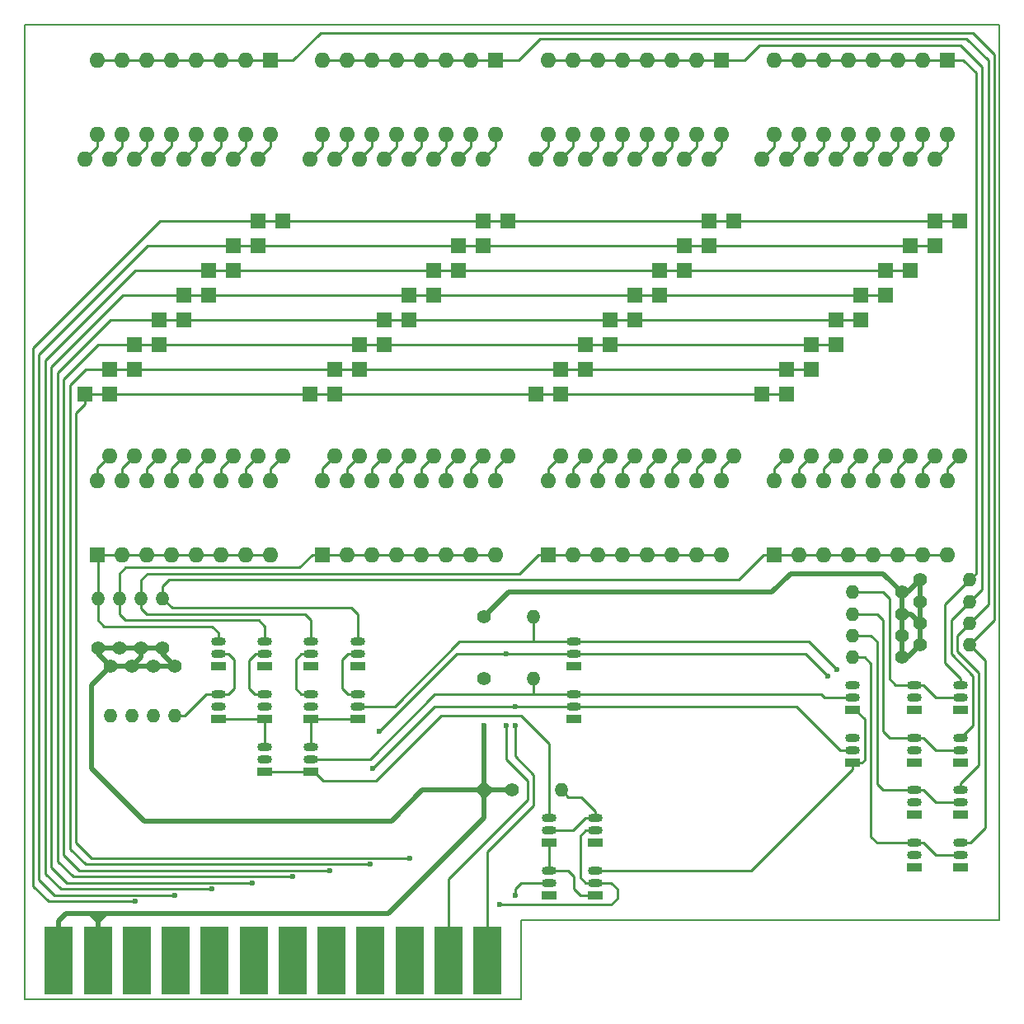
<source format=gbr>
G04 #@! TF.FileFunction,Copper,L1,Top,Signal*
%FSLAX46Y46*%
G04 Gerber Fmt 4.6, Leading zero omitted, Abs format (unit mm)*
G04 Created by KiCad (PCBNEW 4.0.7-e2-6376~61~ubuntu18.04.1) date Sun Jul 26 21:30:14 2020*
%MOMM*%
%LPD*%
G01*
G04 APERTURE LIST*
%ADD10C,0.150000*%
%ADD11R,1.600000X1.600000*%
%ADD12O,1.600000X1.600000*%
%ADD13R,3.000000X7.000000*%
%ADD14O,1.500000X0.900000*%
%ADD15R,1.500000X0.900000*%
%ADD16C,1.400000*%
%ADD17O,1.400000X1.400000*%
%ADD18C,0.600000*%
%ADD19C,0.250000*%
%ADD20C,0.500000*%
G04 APERTURE END LIST*
D10*
X92392500Y-107315000D02*
X141440000Y-107315000D01*
X92392500Y-115405000D02*
X92392500Y-107315000D01*
X41440000Y-15405000D02*
X141440000Y-15405000D01*
X141440000Y-15405000D02*
X141440000Y-107315000D01*
X41440000Y-115405000D02*
X92392500Y-115405000D01*
X41440000Y-15405000D02*
X41440000Y-115405000D01*
D11*
X48809258Y-69809666D03*
D12*
X66589258Y-62189666D03*
X51349258Y-69809666D03*
X64049258Y-62189666D03*
X53889258Y-69809666D03*
X61509258Y-62189666D03*
X56429258Y-69809666D03*
X58969258Y-62189666D03*
X58969258Y-69809666D03*
X56429258Y-62189666D03*
X61509258Y-69809666D03*
X53889258Y-62189666D03*
X64049258Y-69809666D03*
X51349258Y-62189666D03*
X66589258Y-69809666D03*
X48809258Y-62189666D03*
D11*
X66589258Y-19009666D03*
D12*
X48809258Y-26629666D03*
X64049258Y-19009666D03*
X51349258Y-26629666D03*
X61509258Y-19009666D03*
X53889258Y-26629666D03*
X58969258Y-19009666D03*
X56429258Y-26629666D03*
X56429258Y-19009666D03*
X58969258Y-26629666D03*
X53889258Y-19009666D03*
X61509258Y-26629666D03*
X51349258Y-19009666D03*
X64049258Y-26629666D03*
X48809258Y-19009666D03*
X66589258Y-26629666D03*
D11*
X134851758Y-35519666D03*
D12*
X134851758Y-29169666D03*
D11*
X132311758Y-38059666D03*
D12*
X132311758Y-29169666D03*
D11*
X129771758Y-40599666D03*
D12*
X129771758Y-29169666D03*
D11*
X127231758Y-43139666D03*
D12*
X127231758Y-29169666D03*
D11*
X124691758Y-45679666D03*
D12*
X124691758Y-29169666D03*
D11*
X122151758Y-48219666D03*
D12*
X122151758Y-29169666D03*
D11*
X119611758Y-50759666D03*
D12*
X119611758Y-29169666D03*
D11*
X117071758Y-53299666D03*
D12*
X117071758Y-29169666D03*
D11*
X111674258Y-35519666D03*
D12*
X111674258Y-29169666D03*
D11*
X109134258Y-38059666D03*
D12*
X109134258Y-29169666D03*
D11*
X106594258Y-40599666D03*
D12*
X106594258Y-29169666D03*
D11*
X104054258Y-43139666D03*
D12*
X104054258Y-29169666D03*
D11*
X101514258Y-45679666D03*
D12*
X101514258Y-29169666D03*
D11*
X98974258Y-48219666D03*
D12*
X98974258Y-29169666D03*
D11*
X96434258Y-50759666D03*
D12*
X96434258Y-29169666D03*
D11*
X93894258Y-53299666D03*
D12*
X93894258Y-29169666D03*
D11*
X88496758Y-35519666D03*
D12*
X88496758Y-29169666D03*
D11*
X85956758Y-38059666D03*
D12*
X85956758Y-29169666D03*
D11*
X83416758Y-40599666D03*
D12*
X83416758Y-29169666D03*
D11*
X80876758Y-43139666D03*
D12*
X80876758Y-29169666D03*
D11*
X78336758Y-45679666D03*
D12*
X78336758Y-29169666D03*
D11*
X75796758Y-48219666D03*
D12*
X75796758Y-29169666D03*
D11*
X73256758Y-50759666D03*
D12*
X73256758Y-29169666D03*
D11*
X70716758Y-53299666D03*
D12*
X70716758Y-29169666D03*
D11*
X65319258Y-35519666D03*
D12*
X65319258Y-29169666D03*
D11*
X62779258Y-38059666D03*
D12*
X62779258Y-29169666D03*
D11*
X60239258Y-40599666D03*
D12*
X60239258Y-29169666D03*
D11*
X57699258Y-43139666D03*
D12*
X57699258Y-29169666D03*
D11*
X55159258Y-45679666D03*
D12*
X55086757Y-29169666D03*
D11*
X52619258Y-48219666D03*
D12*
X52619258Y-29169666D03*
D11*
X50079258Y-50759666D03*
D12*
X50079258Y-29169666D03*
D11*
X47539258Y-53299666D03*
D12*
X47539258Y-29169666D03*
D11*
X119611758Y-53299666D03*
D12*
X119611758Y-59649666D03*
D11*
X122151758Y-50759666D03*
D12*
X122151758Y-59649666D03*
D11*
X124691758Y-48219666D03*
D12*
X124691758Y-59649666D03*
D11*
X127231758Y-45679666D03*
D12*
X127231758Y-59649666D03*
D11*
X129771758Y-43139666D03*
D12*
X129771758Y-59649666D03*
D11*
X132311758Y-40599666D03*
D12*
X132311758Y-59649666D03*
D11*
X134851758Y-38059666D03*
D12*
X134851758Y-59649666D03*
D11*
X137391758Y-35519666D03*
D12*
X137391758Y-59649666D03*
D11*
X96434258Y-53299666D03*
D12*
X96434258Y-59649666D03*
D11*
X98974258Y-50759666D03*
D12*
X98974258Y-59649666D03*
D11*
X101514258Y-48219666D03*
D12*
X101514258Y-59649666D03*
D11*
X104054258Y-45679666D03*
D12*
X104054258Y-59649666D03*
D11*
X106594258Y-43139666D03*
D12*
X106594258Y-59649666D03*
D11*
X109134258Y-40599666D03*
D12*
X109134258Y-59649666D03*
D11*
X111674258Y-38059666D03*
D12*
X111674258Y-59649666D03*
D11*
X114214258Y-35519666D03*
D12*
X114214258Y-59649666D03*
D11*
X73256758Y-53299666D03*
D12*
X73256758Y-59649666D03*
D11*
X75796758Y-50759666D03*
D12*
X75796758Y-59649666D03*
D11*
X78336758Y-48219666D03*
D12*
X78336758Y-59649666D03*
D11*
X80876758Y-45679666D03*
D12*
X80876758Y-59649666D03*
D11*
X83416758Y-43139666D03*
D12*
X83416758Y-59649666D03*
D11*
X85956758Y-40599666D03*
D12*
X85956758Y-59649666D03*
D11*
X88496758Y-38059666D03*
D12*
X88496758Y-59649666D03*
D11*
X91036758Y-35519666D03*
D12*
X91036758Y-59649666D03*
D11*
X50079258Y-53299666D03*
D12*
X50079258Y-59649666D03*
D11*
X52619258Y-50759666D03*
D12*
X52619258Y-59649666D03*
D11*
X55159258Y-48219666D03*
D12*
X55159258Y-59649666D03*
D11*
X57699258Y-45679666D03*
D12*
X57699258Y-59649666D03*
D11*
X60239258Y-43139666D03*
D12*
X60239258Y-59649666D03*
D11*
X62779258Y-40599666D03*
D12*
X62779258Y-59649666D03*
D11*
X65319258Y-38059666D03*
D12*
X65319258Y-59649666D03*
D11*
X67859258Y-35519666D03*
D12*
X67859258Y-59649666D03*
D13*
X44900000Y-111442500D03*
X48900000Y-111442500D03*
X52900000Y-111442500D03*
X56900000Y-111442500D03*
X60900000Y-111442500D03*
X64900000Y-111442500D03*
X68900000Y-111442500D03*
X72900000Y-111442500D03*
X76900000Y-111442500D03*
X80900000Y-111442500D03*
X84900000Y-111442500D03*
X88900000Y-111442500D03*
D14*
X132715000Y-84455000D03*
X132715000Y-83185000D03*
D15*
X132715000Y-85725000D03*
D14*
X75565000Y-85407500D03*
X75565000Y-84137500D03*
D15*
X75565000Y-86677500D03*
D14*
X132715000Y-89852500D03*
X132715000Y-88582500D03*
D15*
X132715000Y-91122500D03*
D14*
X70802500Y-85407500D03*
X70802500Y-84137500D03*
D15*
X70802500Y-86677500D03*
D14*
X126365000Y-84455000D03*
X126365000Y-83185000D03*
D15*
X126365000Y-85725000D03*
D14*
X70802500Y-90805000D03*
X70802500Y-89535000D03*
D15*
X70802500Y-92075000D03*
D14*
X132715000Y-95250000D03*
X132715000Y-93980000D03*
D15*
X132715000Y-96520000D03*
D14*
X66040000Y-85407500D03*
X66040000Y-84137500D03*
D15*
X66040000Y-86677500D03*
D14*
X97790000Y-80010000D03*
X97790000Y-78740000D03*
D15*
X97790000Y-81280000D03*
D14*
X132715000Y-100647500D03*
X132715000Y-99377500D03*
D15*
X132715000Y-101917500D03*
D14*
X61277500Y-85407500D03*
X61277500Y-84137500D03*
D15*
X61277500Y-86677500D03*
D14*
X126365000Y-89852500D03*
X126365000Y-88582500D03*
D15*
X126365000Y-91122500D03*
D14*
X66040000Y-90805000D03*
X66040000Y-89535000D03*
D15*
X66040000Y-92075000D03*
D14*
X100012500Y-103505000D03*
X100012500Y-102235000D03*
D15*
X100012500Y-104775000D03*
D14*
X95250000Y-98107500D03*
X95250000Y-96837500D03*
D15*
X95250000Y-99377500D03*
D14*
X97790000Y-85407500D03*
X97790000Y-84137500D03*
D15*
X97790000Y-86677500D03*
D14*
X95250000Y-103505000D03*
X95250000Y-102235000D03*
D15*
X95250000Y-104775000D03*
D14*
X100012500Y-98107500D03*
X100012500Y-96837500D03*
D15*
X100012500Y-99377500D03*
D14*
X137477500Y-84455000D03*
X137477500Y-83185000D03*
D15*
X137477500Y-85725000D03*
D14*
X137477500Y-89852500D03*
X137477500Y-88582500D03*
D15*
X137477500Y-91122500D03*
D14*
X137477500Y-95250000D03*
X137477500Y-93980000D03*
D15*
X137477500Y-96520000D03*
D14*
X137477500Y-100647500D03*
X137477500Y-99377500D03*
D15*
X137477500Y-101917500D03*
D14*
X75565000Y-80010000D03*
X75565000Y-78740000D03*
D15*
X75565000Y-81280000D03*
D14*
X70802500Y-80010000D03*
X70802500Y-78740000D03*
D15*
X70802500Y-81280000D03*
D14*
X66040000Y-80010000D03*
X66040000Y-78740000D03*
D15*
X66040000Y-81280000D03*
D14*
X61277500Y-80010000D03*
X61277500Y-78740000D03*
D15*
X61277500Y-81280000D03*
D16*
X131445000Y-73660000D03*
D17*
X126365000Y-73660000D03*
D16*
X50165000Y-81280000D03*
D17*
X50165000Y-86360000D03*
D16*
X131445000Y-75882500D03*
D17*
X126365000Y-75882500D03*
D16*
X52387500Y-81280000D03*
D17*
X52387500Y-86360000D03*
D16*
X131445000Y-78105000D03*
D17*
X126365000Y-78105000D03*
D16*
X54610000Y-81280000D03*
D17*
X54610000Y-86360000D03*
D16*
X88582500Y-76200000D03*
D17*
X93662500Y-76200000D03*
D16*
X131445000Y-80327500D03*
D17*
X126365000Y-80327500D03*
D16*
X56832500Y-81280000D03*
D17*
X56832500Y-86360000D03*
D16*
X88582500Y-82550000D03*
D17*
X93662500Y-82550000D03*
D16*
X91440000Y-93980000D03*
D17*
X96520000Y-93980000D03*
D16*
X133350000Y-72390000D03*
D17*
X138430000Y-72390000D03*
D16*
X133350000Y-74612500D03*
D17*
X138430000Y-74612500D03*
D16*
X133350000Y-76835000D03*
D17*
X138430000Y-76835000D03*
D16*
X133350000Y-79057500D03*
D17*
X138430000Y-79057500D03*
D16*
X55562500Y-79375000D03*
D17*
X55562500Y-74295000D03*
D16*
X53340000Y-79375000D03*
D17*
X53340000Y-74295000D03*
D16*
X51117500Y-79375000D03*
D17*
X51117500Y-74295000D03*
D16*
X48895000Y-79375000D03*
D17*
X48895000Y-74295000D03*
D11*
X136121758Y-19009666D03*
D12*
X118341758Y-26629666D03*
X133581758Y-19009666D03*
X120881758Y-26629666D03*
X131041758Y-19009666D03*
X123421758Y-26629666D03*
X128501758Y-19009666D03*
X125961758Y-26629666D03*
X125961758Y-19009666D03*
X128501758Y-26629666D03*
X123421758Y-19009666D03*
X131041758Y-26629666D03*
X120881758Y-19009666D03*
X133581758Y-26629666D03*
X118341758Y-19009666D03*
X136121758Y-26629666D03*
D11*
X112944258Y-19009666D03*
D12*
X95164258Y-26629666D03*
X110404258Y-19009666D03*
X97704258Y-26629666D03*
X107864258Y-19009666D03*
X100244258Y-26629666D03*
X105324258Y-19009666D03*
X102784258Y-26629666D03*
X102784258Y-19009666D03*
X105324258Y-26629666D03*
X100244258Y-19009666D03*
X107864258Y-26629666D03*
X97704258Y-19009666D03*
X110404258Y-26629666D03*
X95164258Y-19009666D03*
X112944258Y-26629666D03*
D11*
X89766758Y-19009666D03*
D12*
X71986758Y-26629666D03*
X87226758Y-19009666D03*
X74526758Y-26629666D03*
X84686758Y-19009666D03*
X77066758Y-26629666D03*
X82146758Y-19009666D03*
X79606758Y-26629666D03*
X79606758Y-19009666D03*
X82146758Y-26629666D03*
X77066758Y-19009666D03*
X84686758Y-26629666D03*
X74526758Y-19009666D03*
X87226758Y-26629666D03*
X71986758Y-19009666D03*
X89766758Y-26629666D03*
D11*
X118341758Y-69809666D03*
D12*
X136121758Y-62189666D03*
X120881758Y-69809666D03*
X133581758Y-62189666D03*
X123421758Y-69809666D03*
X131041758Y-62189666D03*
X125961758Y-69809666D03*
X128501758Y-62189666D03*
X128501758Y-69809666D03*
X125961758Y-62189666D03*
X131041758Y-69809666D03*
X123421758Y-62189666D03*
X133581758Y-69809666D03*
X120881758Y-62189666D03*
X136121758Y-69809666D03*
X118341758Y-62189666D03*
D11*
X95164258Y-69809666D03*
D12*
X112944258Y-62189666D03*
X97704258Y-69809666D03*
X110404258Y-62189666D03*
X100244258Y-69809666D03*
X107864258Y-62189666D03*
X102784258Y-69809666D03*
X105324258Y-62189666D03*
X105324258Y-69809666D03*
X102784258Y-62189666D03*
X107864258Y-69809666D03*
X100244258Y-62189666D03*
X110404258Y-69809666D03*
X97704258Y-62189666D03*
X112944258Y-69809666D03*
X95164258Y-62189666D03*
D11*
X71986758Y-69809666D03*
D12*
X89766758Y-62189666D03*
X74526758Y-69809666D03*
X87226758Y-62189666D03*
X77066758Y-69809666D03*
X84686758Y-62189666D03*
X79606758Y-69809666D03*
X82146758Y-62189666D03*
X82146758Y-69809666D03*
X79606758Y-62189666D03*
X84686758Y-69809666D03*
X77066758Y-62189666D03*
X87226758Y-69809666D03*
X74526758Y-62189666D03*
X89766758Y-69809666D03*
X71986758Y-62189666D03*
D18*
X52705000Y-105410000D03*
X56832500Y-104775000D03*
X60642500Y-104140000D03*
X64770000Y-103505000D03*
X88582500Y-89852500D03*
X88582500Y-88582500D03*
X88582500Y-87312500D03*
X90805000Y-87312500D03*
X90805000Y-80010000D03*
X123825000Y-82232500D03*
X77787500Y-87947500D03*
X91757500Y-87312500D03*
X91757500Y-85407500D03*
X77152500Y-91757500D03*
X90170000Y-105727500D03*
X91757500Y-104775000D03*
X124777500Y-81597500D03*
X68897500Y-102870000D03*
X72707500Y-102235000D03*
X76835000Y-101600000D03*
X80962500Y-100965000D03*
D19*
X42227500Y-103822500D02*
X43815000Y-105410000D01*
X43815000Y-105410000D02*
X52705000Y-105410000D01*
X42227500Y-55562500D02*
X42227500Y-103822500D01*
X42227500Y-48577500D02*
X42227500Y-55562500D01*
X55285334Y-35519666D02*
X42227500Y-48577500D01*
X65319258Y-35519666D02*
X55285334Y-35519666D01*
X134851758Y-35519666D02*
X135901758Y-35519666D01*
X135901758Y-35519666D02*
X137391758Y-35519666D01*
X114214258Y-35519666D02*
X134851758Y-35519666D01*
X111674258Y-35519666D02*
X91036758Y-35519666D01*
X114214258Y-35519666D02*
X111674258Y-35519666D01*
X67859258Y-35519666D02*
X66809258Y-35519666D01*
X66809258Y-35519666D02*
X65319258Y-35519666D01*
X88496758Y-35519666D02*
X67859258Y-35519666D01*
X91036758Y-35519666D02*
X88496758Y-35519666D01*
X136121758Y-26629666D02*
X136121758Y-27899666D01*
X136121758Y-27899666D02*
X134851758Y-29169666D01*
X44450000Y-104775000D02*
X56832500Y-104775000D01*
X42862500Y-103187500D02*
X44450000Y-104775000D01*
X42862500Y-101917500D02*
X42862500Y-103187500D01*
X42862500Y-55562500D02*
X42862500Y-101917500D01*
X42862500Y-49212500D02*
X42862500Y-55562500D01*
X54015334Y-38059666D02*
X42862500Y-49212500D01*
X62779258Y-38059666D02*
X54015334Y-38059666D01*
X132311758Y-38059666D02*
X131261758Y-38059666D01*
X131261758Y-38059666D02*
X111674258Y-38059666D01*
X134851758Y-38059666D02*
X133801758Y-38059666D01*
X133801758Y-38059666D02*
X132311758Y-38059666D01*
X109134258Y-38059666D02*
X88496758Y-38059666D01*
X111674258Y-38059666D02*
X109134258Y-38059666D01*
X85956758Y-38059666D02*
X87006758Y-38059666D01*
X87006758Y-38059666D02*
X88496758Y-38059666D01*
X65319258Y-38059666D02*
X85956758Y-38059666D01*
X62779258Y-38059666D02*
X63829258Y-38059666D01*
X63829258Y-38059666D02*
X65319258Y-38059666D01*
X133581758Y-26629666D02*
X133581758Y-27899666D01*
X133581758Y-27899666D02*
X132311758Y-29169666D01*
X43497500Y-102552500D02*
X45085000Y-104140000D01*
X45085000Y-104140000D02*
X60642500Y-104140000D01*
X43497500Y-101917500D02*
X43497500Y-102552500D01*
X43497500Y-55562500D02*
X43497500Y-101917500D01*
X43497500Y-49847500D02*
X43497500Y-55562500D01*
X52745334Y-40599666D02*
X43497500Y-49847500D01*
X60239258Y-40599666D02*
X52745334Y-40599666D01*
X129771758Y-40599666D02*
X130821758Y-40599666D01*
X130821758Y-40599666D02*
X132311758Y-40599666D01*
X109134258Y-40599666D02*
X129771758Y-40599666D01*
X106594258Y-40599666D02*
X85956758Y-40599666D01*
X109134258Y-40599666D02*
X106594258Y-40599666D01*
X62779258Y-40599666D02*
X61729258Y-40599666D01*
X61729258Y-40599666D02*
X60239258Y-40599666D01*
X83416758Y-40599666D02*
X62779258Y-40599666D01*
X85956758Y-40599666D02*
X83416758Y-40599666D01*
X131041758Y-26629666D02*
X131041758Y-27899666D01*
X131041758Y-27899666D02*
X129771758Y-29169666D01*
X44132500Y-101917500D02*
X45720000Y-103505000D01*
X45720000Y-103505000D02*
X64770000Y-103505000D01*
X44132500Y-55562500D02*
X44132500Y-101917500D01*
X44132500Y-50482500D02*
X44132500Y-55562500D01*
X51475334Y-43139666D02*
X44132500Y-50482500D01*
X57699258Y-43139666D02*
X51475334Y-43139666D01*
X127231758Y-43139666D02*
X106594258Y-43139666D01*
X129771758Y-43139666D02*
X128721758Y-43139666D01*
X128721758Y-43139666D02*
X127231758Y-43139666D01*
X104054258Y-43139666D02*
X103004258Y-43139666D01*
X103004258Y-43139666D02*
X83416758Y-43139666D01*
X106594258Y-43139666D02*
X105544258Y-43139666D01*
X105544258Y-43139666D02*
X104054258Y-43139666D01*
X60239258Y-43139666D02*
X57699258Y-43139666D01*
X80876758Y-43139666D02*
X60239258Y-43139666D01*
X83416758Y-43139666D02*
X80876758Y-43139666D01*
X128501758Y-26629666D02*
X128501758Y-27899666D01*
X128501758Y-27899666D02*
X127231758Y-29169666D01*
X125961758Y-26629666D02*
X125961758Y-27899666D01*
X125961758Y-27899666D02*
X124691758Y-29169666D01*
X123421758Y-26629666D02*
X123421758Y-27899666D01*
X123421758Y-27899666D02*
X122151758Y-29169666D01*
X120881758Y-26629666D02*
X120881758Y-27899666D01*
X120881758Y-27899666D02*
X119611758Y-29169666D01*
X118341758Y-26629666D02*
X118341758Y-27899666D01*
X118341758Y-27899666D02*
X117071758Y-29169666D01*
X112944258Y-26629666D02*
X112944258Y-27899666D01*
X112944258Y-27899666D02*
X111674258Y-29169666D01*
X110404258Y-26629666D02*
X110404258Y-27899666D01*
X110404258Y-27899666D02*
X109134258Y-29169666D01*
X107864258Y-26629666D02*
X107864258Y-27899666D01*
X107864258Y-27899666D02*
X106594258Y-29169666D01*
X105324258Y-26629666D02*
X105324258Y-27899666D01*
X105324258Y-27899666D02*
X104054258Y-29169666D01*
X102784258Y-26629666D02*
X102784258Y-27899666D01*
X102784258Y-27899666D02*
X101514258Y-29169666D01*
X100244258Y-26629666D02*
X100244258Y-27899666D01*
X100244258Y-27899666D02*
X98974258Y-29169666D01*
X97704258Y-26629666D02*
X97704258Y-27899666D01*
X97704258Y-27899666D02*
X96434258Y-29169666D01*
X95164258Y-26629666D02*
X95164258Y-27899666D01*
X95164258Y-27899666D02*
X93894258Y-29169666D01*
X89766758Y-26629666D02*
X89766758Y-27899666D01*
X89766758Y-27899666D02*
X88496758Y-29169666D01*
X87226758Y-26629666D02*
X87226758Y-27899666D01*
X87226758Y-27899666D02*
X85956758Y-29169666D01*
X84686758Y-26629666D02*
X84686758Y-27899666D01*
X84686758Y-27899666D02*
X83416758Y-29169666D01*
X82146758Y-26629666D02*
X82146758Y-27899666D01*
X82146758Y-27899666D02*
X80876758Y-29169666D01*
X79606758Y-26629666D02*
X79606758Y-27899666D01*
X79606758Y-27899666D02*
X78336758Y-29169666D01*
X77066758Y-26629666D02*
X77066758Y-27899666D01*
X77066758Y-27899666D02*
X75796758Y-29169666D01*
X74526758Y-26629666D02*
X74526758Y-27899666D01*
X74526758Y-27899666D02*
X73256758Y-29169666D01*
X71986758Y-26629666D02*
X71986758Y-27899666D01*
X71986758Y-27899666D02*
X70716758Y-29169666D01*
X66589258Y-26629666D02*
X66589258Y-27899666D01*
X66589258Y-27899666D02*
X65319258Y-29169666D01*
X64049258Y-26629666D02*
X64049258Y-27899666D01*
X64049258Y-27899666D02*
X62779258Y-29169666D01*
X61509258Y-26629666D02*
X61509258Y-27899666D01*
X61509258Y-27899666D02*
X60239258Y-29169666D01*
X58969258Y-26629666D02*
X58969258Y-27899666D01*
X58969258Y-27899666D02*
X57699258Y-29169666D01*
X56429258Y-26629666D02*
X56429258Y-27827165D01*
X56429258Y-27827165D02*
X55086757Y-29169666D01*
X53889258Y-26629666D02*
X53889258Y-27899666D01*
X53889258Y-27899666D02*
X52619258Y-29169666D01*
X51349258Y-26629666D02*
X51349258Y-27899666D01*
X51349258Y-27899666D02*
X50079258Y-29169666D01*
X48809258Y-26629666D02*
X48809258Y-27899666D01*
X48809258Y-27899666D02*
X47539258Y-29169666D01*
X118341758Y-62189666D02*
X118341758Y-60919666D01*
X118341758Y-60919666D02*
X119611758Y-59649666D01*
X120881758Y-62189666D02*
X120881758Y-60919666D01*
X120881758Y-60919666D02*
X122151758Y-59649666D01*
X123421758Y-62189666D02*
X123421758Y-60919666D01*
X123421758Y-60919666D02*
X124691758Y-59649666D01*
X125961758Y-62189666D02*
X125961758Y-60919666D01*
X125961758Y-60919666D02*
X127231758Y-59649666D01*
X128501758Y-62189666D02*
X128501758Y-60919666D01*
X128501758Y-60919666D02*
X129771758Y-59649666D01*
X131041758Y-62189666D02*
X131041758Y-60919666D01*
X131041758Y-60919666D02*
X132311758Y-59649666D01*
X133581758Y-62189666D02*
X133581758Y-60919666D01*
X133581758Y-60919666D02*
X134851758Y-59649666D01*
X136121758Y-62189666D02*
X136121758Y-60919666D01*
X136121758Y-60919666D02*
X137391758Y-59649666D01*
X95164258Y-62189666D02*
X95164258Y-60919666D01*
X95164258Y-60919666D02*
X96434258Y-59649666D01*
X97704258Y-62189666D02*
X97704258Y-60919666D01*
X97704258Y-60919666D02*
X98974258Y-59649666D01*
X100244258Y-62189666D02*
X100244258Y-60919666D01*
X100244258Y-60919666D02*
X101514258Y-59649666D01*
X102784258Y-62189666D02*
X102784258Y-60919666D01*
X102784258Y-60919666D02*
X104054258Y-59649666D01*
X105324258Y-62189666D02*
X105324258Y-60919666D01*
X105324258Y-60919666D02*
X106594258Y-59649666D01*
X107864258Y-62189666D02*
X107864258Y-60919666D01*
X107864258Y-60919666D02*
X109134258Y-59649666D01*
X110404258Y-62189666D02*
X110404258Y-60919666D01*
X110404258Y-60919666D02*
X111674258Y-59649666D01*
X112944258Y-62189666D02*
X112944258Y-60919666D01*
X112944258Y-60919666D02*
X114214258Y-59649666D01*
X71986758Y-62189666D02*
X71986758Y-60919666D01*
X71986758Y-60919666D02*
X73256758Y-59649666D01*
X74526758Y-62189666D02*
X74526758Y-60919666D01*
X74526758Y-60919666D02*
X75796758Y-59649666D01*
X77066758Y-62189666D02*
X77066758Y-60919666D01*
X77066758Y-60919666D02*
X78336758Y-59649666D01*
X79606758Y-62189666D02*
X79606758Y-60919666D01*
X79606758Y-60919666D02*
X80876758Y-59649666D01*
X82146758Y-62189666D02*
X82146758Y-60919666D01*
X82146758Y-60919666D02*
X83416758Y-59649666D01*
X84686758Y-62189666D02*
X84686758Y-60919666D01*
X84686758Y-60919666D02*
X85956758Y-59649666D01*
X87226758Y-62189666D02*
X87226758Y-60919666D01*
X87226758Y-60919666D02*
X88496758Y-59649666D01*
X89766758Y-62189666D02*
X89766758Y-60919666D01*
X89766758Y-60919666D02*
X91036758Y-59649666D01*
X48809258Y-62189666D02*
X48809258Y-60919666D01*
X48809258Y-60919666D02*
X50079258Y-59649666D01*
X51349258Y-62189666D02*
X51349258Y-60919666D01*
X51349258Y-60919666D02*
X52619258Y-59649666D01*
X53889258Y-62189666D02*
X53889258Y-60919666D01*
X53889258Y-60919666D02*
X55159258Y-59649666D01*
X56429258Y-62189666D02*
X56429258Y-60919666D01*
X56429258Y-60919666D02*
X57699258Y-59649666D01*
X58969258Y-62189666D02*
X58969258Y-60919666D01*
X58969258Y-60919666D02*
X60239258Y-59649666D01*
X61509258Y-62189666D02*
X61509258Y-60919666D01*
X61509258Y-60919666D02*
X62779258Y-59649666D01*
X64049258Y-62189666D02*
X64049258Y-60919666D01*
X64049258Y-60919666D02*
X65319258Y-59649666D01*
X66589258Y-62189666D02*
X66589258Y-60919666D01*
X66589258Y-60919666D02*
X67859258Y-59649666D01*
D20*
X48895000Y-106680000D02*
X49662500Y-106680000D01*
X48895000Y-106680000D02*
X48895000Y-107437500D01*
X48137500Y-106680000D02*
X48895000Y-106680000D01*
X48895000Y-107437500D02*
X48900000Y-107442500D01*
X88582500Y-93345000D02*
X89217500Y-93980000D01*
X88582500Y-91122500D02*
X88582500Y-93345000D01*
X88582500Y-93345000D02*
X88582500Y-93980000D01*
X87947500Y-93980000D02*
X88582500Y-93345000D01*
X87947500Y-93980000D02*
X82232500Y-93980000D01*
X87947500Y-93980000D02*
X88582500Y-94615000D01*
X88582500Y-93980000D02*
X87947500Y-93980000D01*
X89217500Y-93980000D02*
X88582500Y-93980000D01*
X91440000Y-93980000D02*
X89217500Y-93980000D01*
X88582500Y-93980000D02*
X88582500Y-94615000D01*
X88582500Y-94615000D02*
X88582500Y-96837500D01*
X89217500Y-93980000D02*
X88582500Y-94615000D01*
X88582500Y-96837500D02*
X78740000Y-106680000D01*
X45662500Y-106680000D02*
X48137500Y-106680000D01*
X48137500Y-106680000D02*
X48900000Y-107442500D01*
X44900000Y-111442500D02*
X44900000Y-107442500D01*
X44900000Y-107442500D02*
X45662500Y-106680000D01*
X88582500Y-76200000D02*
X91122500Y-73660000D01*
X91122500Y-73660000D02*
X118110000Y-73660000D01*
X118110000Y-73660000D02*
X120015000Y-71755000D01*
X120015000Y-71755000D02*
X129540000Y-71755000D01*
X129540000Y-71755000D02*
X131445000Y-73660000D01*
X55562500Y-79375000D02*
X55562500Y-80010000D01*
X55562500Y-80010000D02*
X56832500Y-81280000D01*
X53340000Y-79375000D02*
X53340000Y-80327500D01*
X53340000Y-80327500D02*
X52387500Y-81280000D01*
X50165000Y-81280000D02*
X52387500Y-81280000D01*
X54610000Y-81280000D02*
X52387500Y-81280000D01*
X56832500Y-81280000D02*
X54610000Y-81280000D01*
X53340000Y-79375000D02*
X55562500Y-79375000D01*
X51117500Y-79375000D02*
X53340000Y-79375000D01*
X48895000Y-79375000D02*
X51117500Y-79375000D01*
X48895000Y-79375000D02*
X48895000Y-80010000D01*
X48895000Y-80010000D02*
X50165000Y-81280000D01*
X48260000Y-91757500D02*
X48260000Y-83185000D01*
X48260000Y-83185000D02*
X50165000Y-81280000D01*
X79057500Y-97155000D02*
X53657500Y-97155000D01*
X53657500Y-97155000D02*
X48260000Y-91757500D01*
X82232500Y-93980000D02*
X79057500Y-97155000D01*
X78740000Y-106680000D02*
X49662500Y-106680000D01*
X49662500Y-106680000D02*
X48900000Y-107442500D01*
X48900000Y-107442500D02*
X48900000Y-111442500D01*
X88582500Y-89852500D02*
X88582500Y-91122500D01*
X88582500Y-88582500D02*
X88582500Y-87947500D01*
X88582500Y-87312500D02*
X88582500Y-87947500D01*
X88582500Y-88582500D02*
X88582500Y-89852500D01*
X131445000Y-75882500D02*
X132397500Y-75882500D01*
X132397500Y-75882500D02*
X133350000Y-76835000D01*
X131445000Y-73660000D02*
X132080000Y-73660000D01*
X132080000Y-73660000D02*
X133350000Y-72390000D01*
X131445000Y-80327500D02*
X132080000Y-80327500D01*
X132080000Y-80327500D02*
X133350000Y-79057500D01*
X131445000Y-75882500D02*
X131445000Y-73660000D01*
X131445000Y-78105000D02*
X131445000Y-75882500D01*
X131445000Y-80327500D02*
X131445000Y-78105000D01*
X133350000Y-76835000D02*
X133350000Y-79057500D01*
X133350000Y-74612500D02*
X133350000Y-76835000D01*
X133350000Y-72390000D02*
X133350000Y-74612500D01*
D19*
X90805000Y-90805000D02*
X90805000Y-87312500D01*
X93027500Y-93027500D02*
X90805000Y-90805000D01*
X93027500Y-94932500D02*
X93027500Y-93027500D01*
X84900000Y-103060000D02*
X93027500Y-94932500D01*
X84900000Y-111442500D02*
X84900000Y-103060000D01*
X90805000Y-80010000D02*
X85725000Y-80010000D01*
X97790000Y-80010000D02*
X90805000Y-80010000D01*
X123825000Y-82232500D02*
X121602500Y-80010000D01*
X121602500Y-80010000D02*
X97790000Y-80010000D01*
X85725000Y-80010000D02*
X77787500Y-87947500D01*
X93662500Y-92392500D02*
X91757500Y-90487500D01*
X91757500Y-90487500D02*
X91757500Y-87312500D01*
X93662500Y-95567500D02*
X93662500Y-92392500D01*
X88900000Y-100330000D02*
X93662500Y-95567500D01*
X88900000Y-111442500D02*
X88900000Y-100330000D01*
X91757500Y-85407500D02*
X97790000Y-85407500D01*
X83502500Y-85407500D02*
X91757500Y-85407500D01*
X126365000Y-89852500D02*
X125095000Y-89852500D01*
X125095000Y-89852500D02*
X120650000Y-85407500D01*
X120650000Y-85407500D02*
X97790000Y-85407500D01*
X77152500Y-91757500D02*
X83502500Y-85407500D01*
X101600000Y-103505000D02*
X100012500Y-103505000D01*
X102235000Y-104140000D02*
X101600000Y-103505000D01*
X102235000Y-105092500D02*
X102235000Y-104140000D01*
X101600000Y-105727500D02*
X102235000Y-105092500D01*
X90170000Y-105727500D02*
X101600000Y-105727500D01*
X100012500Y-98107500D02*
X99012500Y-98107500D01*
X99012500Y-98107500D02*
X98425000Y-98695000D01*
X98425000Y-98695000D02*
X98425000Y-102917500D01*
X98425000Y-102917500D02*
X99012500Y-103505000D01*
X99012500Y-103505000D02*
X100012500Y-103505000D01*
X91757500Y-104140000D02*
X92392500Y-103505000D01*
X92392500Y-103505000D02*
X95250000Y-103505000D01*
X91757500Y-104775000D02*
X91757500Y-104140000D01*
X86042500Y-78740000D02*
X93662500Y-78740000D01*
X93662500Y-78740000D02*
X97790000Y-78740000D01*
X93662500Y-76200000D02*
X93662500Y-78740000D01*
X97790000Y-78740000D02*
X121920000Y-78740000D01*
X121920000Y-78740000D02*
X124777500Y-81597500D01*
X79375000Y-85407500D02*
X86042500Y-78740000D01*
X75565000Y-85407500D02*
X79375000Y-85407500D01*
X126365000Y-73660000D02*
X129540000Y-73660000D01*
X129540000Y-73660000D02*
X130175000Y-74295000D01*
X130175000Y-74295000D02*
X130175000Y-82550000D01*
X130175000Y-82550000D02*
X130810000Y-83185000D01*
X130810000Y-83185000D02*
X132715000Y-83185000D01*
X132715000Y-83185000D02*
X133715000Y-83185000D01*
X133715000Y-83185000D02*
X134985000Y-84455000D01*
X134985000Y-84455000D02*
X136477500Y-84455000D01*
X136477500Y-84455000D02*
X137477500Y-84455000D01*
X75565000Y-84137500D02*
X74565000Y-84137500D01*
X73977500Y-80597500D02*
X74565000Y-80010000D01*
X74565000Y-84137500D02*
X73977500Y-83550000D01*
X73977500Y-83550000D02*
X73977500Y-80597500D01*
X74565000Y-80010000D02*
X75565000Y-80010000D01*
X70802500Y-86677500D02*
X75565000Y-86677500D01*
X70802500Y-86677500D02*
X70802500Y-89535000D01*
X129540000Y-87947500D02*
X130175000Y-88582500D01*
X130175000Y-88582500D02*
X132715000Y-88582500D01*
X129540000Y-76517500D02*
X129540000Y-87947500D01*
X128905000Y-75882500D02*
X129540000Y-76517500D01*
X126365000Y-75882500D02*
X128905000Y-75882500D01*
X132715000Y-88582500D02*
X133715000Y-88582500D01*
X133715000Y-88582500D02*
X134985000Y-89852500D01*
X134985000Y-89852500D02*
X136477500Y-89852500D01*
X136477500Y-89852500D02*
X137477500Y-89852500D01*
X70802500Y-80010000D02*
X69802500Y-80010000D01*
X69802500Y-80010000D02*
X69215000Y-80597500D01*
X69215000Y-80597500D02*
X69215000Y-83550000D01*
X69215000Y-83550000D02*
X69802500Y-84137500D01*
X69802500Y-84137500D02*
X70802500Y-84137500D01*
X83502500Y-84137500D02*
X93662500Y-84137500D01*
X123190000Y-84137500D02*
X123507500Y-84455000D01*
X123507500Y-84455000D02*
X126365000Y-84455000D01*
X97790000Y-84137500D02*
X123190000Y-84137500D01*
X93662500Y-84137500D02*
X97790000Y-84137500D01*
X93662500Y-82550000D02*
X93662500Y-84137500D01*
X76835000Y-90805000D02*
X83502500Y-84137500D01*
X70802500Y-90805000D02*
X76835000Y-90805000D01*
X126365000Y-91122500D02*
X126365000Y-91822500D01*
X126365000Y-91822500D02*
X115952500Y-102235000D01*
X115952500Y-102235000D02*
X101012500Y-102235000D01*
X101012500Y-102235000D02*
X100012500Y-102235000D01*
X126365000Y-85725000D02*
X126665000Y-85725000D01*
X126665000Y-85725000D02*
X127635000Y-86695000D01*
X127635000Y-86695000D02*
X127635000Y-90852500D01*
X127635000Y-90852500D02*
X127365000Y-91122500D01*
X127365000Y-91122500D02*
X126365000Y-91122500D01*
X70802500Y-92075000D02*
X71102500Y-92075000D01*
X71102500Y-92075000D02*
X72055000Y-93027500D01*
X72055000Y-93027500D02*
X77470000Y-93027500D01*
X77470000Y-93027500D02*
X84137500Y-86360000D01*
X84137500Y-86360000D02*
X92392500Y-86360000D01*
X92392500Y-86360000D02*
X95250000Y-89217500D01*
X95250000Y-89217500D02*
X95250000Y-96837500D01*
X66040000Y-92075000D02*
X67040000Y-92075000D01*
X67040000Y-92075000D02*
X70802500Y-92075000D01*
X128905000Y-93345000D02*
X129540000Y-93980000D01*
X129540000Y-93980000D02*
X132715000Y-93980000D01*
X128905000Y-78740000D02*
X128905000Y-93345000D01*
X128270000Y-78105000D02*
X128905000Y-78740000D01*
X126365000Y-78105000D02*
X128270000Y-78105000D01*
X132715000Y-93980000D02*
X133715000Y-93980000D01*
X133715000Y-93980000D02*
X134985000Y-95250000D01*
X134985000Y-95250000D02*
X136477500Y-95250000D01*
X136477500Y-95250000D02*
X137477500Y-95250000D01*
X66040000Y-80010000D02*
X65087500Y-80010000D01*
X65087500Y-80010000D02*
X64452500Y-80645000D01*
X64452500Y-80645000D02*
X64452500Y-83550000D01*
X64452500Y-83550000D02*
X65040000Y-84137500D01*
X65040000Y-84137500D02*
X66040000Y-84137500D01*
X66040000Y-86677500D02*
X66040000Y-87377500D01*
X66040000Y-87377500D02*
X66040000Y-89535000D01*
X61277500Y-86677500D02*
X62277500Y-86677500D01*
X62277500Y-86677500D02*
X66040000Y-86677500D01*
X128270000Y-98742500D02*
X128905000Y-99377500D01*
X128905000Y-99377500D02*
X132715000Y-99377500D01*
X128270000Y-80962500D02*
X128270000Y-98742500D01*
X127635000Y-80327500D02*
X128270000Y-80962500D01*
X126365000Y-80327500D02*
X127635000Y-80327500D01*
X132715000Y-99377500D02*
X133715000Y-99377500D01*
X133715000Y-99377500D02*
X134985000Y-100647500D01*
X134985000Y-100647500D02*
X136477500Y-100647500D01*
X136477500Y-100647500D02*
X137477500Y-100647500D01*
X62865000Y-83550000D02*
X62865000Y-80597500D01*
X62865000Y-80597500D02*
X62277500Y-80010000D01*
X62277500Y-80010000D02*
X61277500Y-80010000D01*
X61277500Y-84137500D02*
X62277500Y-84137500D01*
X62277500Y-84137500D02*
X62865000Y-83550000D01*
X61277500Y-84137500D02*
X60007500Y-84137500D01*
X60007500Y-84137500D02*
X57785000Y-86360000D01*
X57785000Y-86360000D02*
X56832500Y-86360000D01*
X95250000Y-99377500D02*
X95250000Y-102235000D01*
X95250000Y-102235000D02*
X97155000Y-102235000D01*
X97155000Y-102235000D02*
X97790000Y-102870000D01*
X97790000Y-102870000D02*
X97790000Y-104140000D01*
X97790000Y-104140000D02*
X98425000Y-104775000D01*
X98425000Y-104775000D02*
X100012500Y-104775000D01*
X96520000Y-93980000D02*
X97219999Y-94679999D01*
X97219999Y-94679999D02*
X98554999Y-94679999D01*
X98554999Y-94679999D02*
X100012500Y-96137500D01*
X100012500Y-96137500D02*
X100012500Y-96837500D01*
X100012500Y-96837500D02*
X99012500Y-96837500D01*
X99012500Y-96837500D02*
X97742500Y-98107500D01*
X97742500Y-98107500D02*
X96250000Y-98107500D01*
X96250000Y-98107500D02*
X95250000Y-98107500D01*
X138430000Y-72390000D02*
X135890000Y-74930000D01*
X135890000Y-74930000D02*
X135890000Y-80897500D01*
X135890000Y-80897500D02*
X137477500Y-82485000D01*
X137477500Y-82485000D02*
X137477500Y-83185000D01*
X136121758Y-19009666D02*
X137754666Y-19009666D01*
X137754666Y-19009666D02*
X139065000Y-20320000D01*
X139065000Y-20320000D02*
X139065000Y-71755000D01*
X139065000Y-71755000D02*
X138430000Y-72390000D01*
X120881758Y-19009666D02*
X119750388Y-19009666D01*
X119750388Y-19009666D02*
X118341758Y-19009666D01*
X123421758Y-19009666D02*
X120881758Y-19009666D01*
X125961758Y-19009666D02*
X124830388Y-19009666D01*
X124830388Y-19009666D02*
X123421758Y-19009666D01*
X128501758Y-19009666D02*
X125961758Y-19009666D01*
X131041758Y-19009666D02*
X128501758Y-19009666D01*
X131041758Y-19009666D02*
X132173128Y-19009666D01*
X132173128Y-19009666D02*
X133581758Y-19009666D01*
X136121758Y-19009666D02*
X135071758Y-19009666D01*
X135071758Y-19009666D02*
X133581758Y-19009666D01*
X138430000Y-74612500D02*
X136525000Y-76517500D01*
X136525000Y-76517500D02*
X136525000Y-80010000D01*
X138747500Y-87312500D02*
X137477500Y-88582500D01*
X136525000Y-80010000D02*
X138747500Y-82232500D01*
X138747500Y-82232500D02*
X138747500Y-87312500D01*
X112944258Y-19009666D02*
X115292834Y-19009666D01*
X116840000Y-17462500D02*
X137477500Y-17462500D01*
X115292834Y-19009666D02*
X116840000Y-17462500D01*
X139700000Y-73342500D02*
X138430000Y-74612500D01*
X137477500Y-17462500D02*
X139700000Y-19685000D01*
X139700000Y-19685000D02*
X139700000Y-73342500D01*
X97704258Y-19009666D02*
X95164258Y-19009666D01*
X100244258Y-19009666D02*
X99112888Y-19009666D01*
X99112888Y-19009666D02*
X97704258Y-19009666D01*
X102784258Y-19009666D02*
X100244258Y-19009666D01*
X105324258Y-19009666D02*
X102784258Y-19009666D01*
X107864258Y-19009666D02*
X105324258Y-19009666D01*
X110404258Y-19009666D02*
X109272888Y-19009666D01*
X109272888Y-19009666D02*
X107864258Y-19009666D01*
X112944258Y-19009666D02*
X110404258Y-19009666D01*
X138430000Y-76835000D02*
X137160000Y-78105000D01*
X139382500Y-91375000D02*
X137477500Y-93280000D01*
X137160000Y-78105000D02*
X137160000Y-79692500D01*
X137160000Y-79692500D02*
X139382500Y-81915000D01*
X139382500Y-81915000D02*
X139382500Y-91375000D01*
X137477500Y-93280000D02*
X137477500Y-93980000D01*
X89766758Y-19009666D02*
X92115334Y-19009666D01*
X92115334Y-19009666D02*
X94297500Y-16827500D01*
X94297500Y-16827500D02*
X138112500Y-16827500D01*
X138112500Y-16827500D02*
X140335000Y-19050000D01*
X140335000Y-19050000D02*
X140335000Y-74930000D01*
X140335000Y-74930000D02*
X138430000Y-76835000D01*
X74526758Y-19009666D02*
X71986758Y-19009666D01*
X77066758Y-19009666D02*
X74526758Y-19009666D01*
X79606758Y-19009666D02*
X77066758Y-19009666D01*
X82146758Y-19009666D02*
X79606758Y-19009666D01*
X84686758Y-19009666D02*
X82146758Y-19009666D01*
X87226758Y-19009666D02*
X86095388Y-19009666D01*
X86095388Y-19009666D02*
X84686758Y-19009666D01*
X89766758Y-19009666D02*
X88716758Y-19009666D01*
X88716758Y-19009666D02*
X87226758Y-19009666D01*
X140017500Y-97837500D02*
X140017500Y-80645000D01*
X140017500Y-80645000D02*
X138430000Y-79057500D01*
X137477500Y-99377500D02*
X138477500Y-99377500D01*
X138477500Y-99377500D02*
X140017500Y-97837500D01*
X66589258Y-19009666D02*
X68937834Y-19009666D01*
X140970000Y-18415000D02*
X140970000Y-76517500D01*
X68937834Y-19009666D02*
X71755000Y-16192500D01*
X138747500Y-16192500D02*
X140970000Y-18415000D01*
X71755000Y-16192500D02*
X138747500Y-16192500D01*
X140970000Y-76517500D02*
X138430000Y-79057500D01*
X51349258Y-19009666D02*
X48809258Y-19009666D01*
X53889258Y-19009666D02*
X52757888Y-19009666D01*
X52757888Y-19009666D02*
X51349258Y-19009666D01*
X56429258Y-19009666D02*
X53889258Y-19009666D01*
X58969258Y-19009666D02*
X56429258Y-19009666D01*
X61509258Y-19009666D02*
X60377888Y-19009666D01*
X60377888Y-19009666D02*
X58969258Y-19009666D01*
X64049258Y-19009666D02*
X61509258Y-19009666D01*
X66589258Y-19009666D02*
X65539258Y-19009666D01*
X65539258Y-19009666D02*
X64049258Y-19009666D01*
X55562500Y-74295000D02*
X56515000Y-75247500D01*
X56515000Y-75247500D02*
X74930000Y-75247500D01*
X74930000Y-75247500D02*
X75565000Y-75882500D01*
X75565000Y-75882500D02*
X75565000Y-78740000D01*
X56197500Y-72390000D02*
X114711424Y-72390000D01*
X114711424Y-72390000D02*
X117291758Y-69809666D01*
X117291758Y-69809666D02*
X118341758Y-69809666D01*
X55562500Y-73025000D02*
X56197500Y-72390000D01*
X55562500Y-74295000D02*
X55562500Y-73025000D01*
X120881758Y-69809666D02*
X118341758Y-69809666D01*
X123421758Y-69809666D02*
X120881758Y-69809666D01*
X123421758Y-69809666D02*
X124553128Y-69809666D01*
X124553128Y-69809666D02*
X125961758Y-69809666D01*
X125961758Y-69809666D02*
X128501758Y-69809666D01*
X131041758Y-69809666D02*
X129910388Y-69809666D01*
X129910388Y-69809666D02*
X128501758Y-69809666D01*
X133581758Y-69809666D02*
X131041758Y-69809666D01*
X136121758Y-69809666D02*
X134990388Y-69809666D01*
X134990388Y-69809666D02*
X133581758Y-69809666D01*
X53340000Y-74295000D02*
X53340000Y-75284949D01*
X53340000Y-75284949D02*
X53937551Y-75882500D01*
X53937551Y-75882500D02*
X70167500Y-75882500D01*
X70167500Y-75882500D02*
X70802500Y-76517500D01*
X70802500Y-76517500D02*
X70802500Y-78740000D01*
X53340000Y-74295000D02*
X53340000Y-72390000D01*
X53340000Y-72390000D02*
X53975000Y-71755000D01*
X53975000Y-71755000D02*
X92168924Y-71755000D01*
X94114258Y-69809666D02*
X95164258Y-69809666D01*
X92168924Y-71755000D02*
X94114258Y-69809666D01*
X95164258Y-69809666D02*
X97704258Y-69809666D01*
X97704258Y-69809666D02*
X100244258Y-69809666D01*
X102784258Y-69809666D02*
X100244258Y-69809666D01*
X105324258Y-69809666D02*
X102784258Y-69809666D01*
X107864258Y-69809666D02*
X105324258Y-69809666D01*
X110404258Y-69809666D02*
X107864258Y-69809666D01*
X112944258Y-69809666D02*
X110404258Y-69809666D01*
X51117500Y-74295000D02*
X51117500Y-75882500D01*
X66040000Y-77152500D02*
X66040000Y-78740000D01*
X51117500Y-75882500D02*
X51752500Y-76517500D01*
X51752500Y-76517500D02*
X65405000Y-76517500D01*
X65405000Y-76517500D02*
X66040000Y-77152500D01*
X51752500Y-71120000D02*
X69626424Y-71120000D01*
X69626424Y-71120000D02*
X70936758Y-69809666D01*
X70936758Y-69809666D02*
X71986758Y-69809666D01*
X51117500Y-71755000D02*
X51752500Y-71120000D01*
X51117500Y-74295000D02*
X51117500Y-71755000D01*
X74526758Y-69809666D02*
X73395388Y-69809666D01*
X73395388Y-69809666D02*
X71986758Y-69809666D01*
X77066758Y-69809666D02*
X75935388Y-69809666D01*
X75935388Y-69809666D02*
X74526758Y-69809666D01*
X79606758Y-69809666D02*
X77066758Y-69809666D01*
X82146758Y-69809666D02*
X79606758Y-69809666D01*
X84686758Y-69809666D02*
X83555388Y-69809666D01*
X83555388Y-69809666D02*
X82146758Y-69809666D01*
X87226758Y-69809666D02*
X86095388Y-69809666D01*
X86095388Y-69809666D02*
X84686758Y-69809666D01*
X89766758Y-69809666D02*
X87226758Y-69809666D01*
X48895000Y-74295000D02*
X48895000Y-76517500D01*
X48895000Y-76517500D02*
X49530000Y-77152500D01*
X49530000Y-77152500D02*
X60642500Y-77152500D01*
X60642500Y-77152500D02*
X61277500Y-77787500D01*
X61277500Y-77787500D02*
X61277500Y-78740000D01*
X48895000Y-74295000D02*
X48895000Y-69895408D01*
X48895000Y-69895408D02*
X48809258Y-69809666D01*
X51349258Y-69809666D02*
X50217888Y-69809666D01*
X50217888Y-69809666D02*
X48809258Y-69809666D01*
X53889258Y-69809666D02*
X51349258Y-69809666D01*
X56429258Y-69809666D02*
X55297888Y-69809666D01*
X55297888Y-69809666D02*
X53889258Y-69809666D01*
X58969258Y-69809666D02*
X56429258Y-69809666D01*
X61509258Y-69809666D02*
X60377888Y-69809666D01*
X60377888Y-69809666D02*
X58969258Y-69809666D01*
X64049258Y-69809666D02*
X61509258Y-69809666D01*
X66589258Y-69809666D02*
X65457888Y-69809666D01*
X65457888Y-69809666D02*
X64049258Y-69809666D01*
X44767500Y-101282500D02*
X46355000Y-102870000D01*
X46355000Y-102870000D02*
X68897500Y-102870000D01*
X44767500Y-55562500D02*
X44767500Y-101282500D01*
X44767500Y-51117500D02*
X44767500Y-55562500D01*
X50205334Y-45679666D02*
X44767500Y-51117500D01*
X55159258Y-45679666D02*
X50205334Y-45679666D01*
X124691758Y-45679666D02*
X125741758Y-45679666D01*
X125741758Y-45679666D02*
X127231758Y-45679666D01*
X104054258Y-45679666D02*
X124691758Y-45679666D01*
X101514258Y-45679666D02*
X80876758Y-45679666D01*
X104054258Y-45679666D02*
X103004258Y-45679666D01*
X103004258Y-45679666D02*
X101514258Y-45679666D01*
X78336758Y-45679666D02*
X79386758Y-45679666D01*
X79386758Y-45679666D02*
X80876758Y-45679666D01*
X57699258Y-45679666D02*
X78336758Y-45679666D01*
X55159258Y-45679666D02*
X56209258Y-45679666D01*
X56209258Y-45679666D02*
X57699258Y-45679666D01*
X46990000Y-102235000D02*
X72707500Y-102235000D01*
X45402500Y-97790000D02*
X45402500Y-100647500D01*
X45402500Y-100647500D02*
X46990000Y-102235000D01*
X45402500Y-55562500D02*
X45402500Y-97790000D01*
X45402500Y-51752500D02*
X45402500Y-55562500D01*
X48935334Y-48219666D02*
X45402500Y-51752500D01*
X52619258Y-48219666D02*
X48935334Y-48219666D01*
X122151758Y-48219666D02*
X101514258Y-48219666D01*
X124691758Y-48219666D02*
X122151758Y-48219666D01*
X98974258Y-48219666D02*
X78336758Y-48219666D01*
X101514258Y-48219666D02*
X98974258Y-48219666D01*
X75796758Y-48219666D02*
X78336758Y-48219666D01*
X55159258Y-48219666D02*
X75796758Y-48219666D01*
X52619258Y-48219666D02*
X53669258Y-48219666D01*
X53669258Y-48219666D02*
X55159258Y-48219666D01*
X47625000Y-101600000D02*
X76835000Y-101600000D01*
X46037500Y-100012500D02*
X47625000Y-101600000D01*
X46037500Y-55562500D02*
X46037500Y-100012500D01*
X46037500Y-52387500D02*
X46037500Y-55562500D01*
X47665334Y-50759666D02*
X46037500Y-52387500D01*
X50079258Y-50759666D02*
X47665334Y-50759666D01*
X52619258Y-50759666D02*
X50079258Y-50759666D01*
X73256758Y-50759666D02*
X72206758Y-50759666D01*
X72206758Y-50759666D02*
X52619258Y-50759666D01*
X75796758Y-50759666D02*
X73256758Y-50759666D01*
X96434258Y-50759666D02*
X95384258Y-50759666D01*
X95384258Y-50759666D02*
X75796758Y-50759666D01*
X98974258Y-50759666D02*
X96434258Y-50759666D01*
X119611758Y-50759666D02*
X98974258Y-50759666D01*
X122151758Y-50759666D02*
X121101758Y-50759666D01*
X121101758Y-50759666D02*
X119611758Y-50759666D01*
X48260000Y-100965000D02*
X80962500Y-100965000D01*
X46672500Y-99377500D02*
X48260000Y-100965000D01*
X46672500Y-55562500D02*
X46672500Y-99377500D01*
X46672500Y-55216424D02*
X46672500Y-55562500D01*
X47539258Y-53299666D02*
X47539258Y-54349666D01*
X47539258Y-54349666D02*
X46672500Y-55216424D01*
X117071758Y-53299666D02*
X119611758Y-53299666D01*
X96434258Y-53299666D02*
X97484258Y-53299666D01*
X97484258Y-53299666D02*
X117071758Y-53299666D01*
X93894258Y-53299666D02*
X94944258Y-53299666D01*
X94944258Y-53299666D02*
X96434258Y-53299666D01*
X73256758Y-53299666D02*
X93894258Y-53299666D01*
X73256758Y-53299666D02*
X72206758Y-53299666D01*
X72206758Y-53299666D02*
X70716758Y-53299666D01*
X50079258Y-53299666D02*
X70716758Y-53299666D01*
X47539258Y-53299666D02*
X48589258Y-53299666D01*
X48589258Y-53299666D02*
X50079258Y-53299666D01*
M02*

</source>
